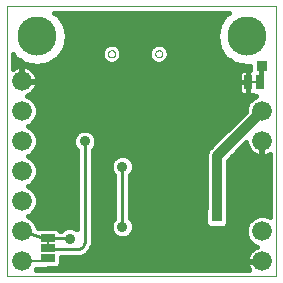
<source format=gbl>
G75*
%MOIN*%
%OFA0B0*%
%FSLAX25Y25*%
%IPPOS*%
%LPD*%
%AMOC8*
5,1,8,0,0,1.08239X$1,22.5*
%
%ADD10C,0.00000*%
%ADD11C,0.13055*%
%ADD12C,0.06600*%
%ADD13C,0.00800*%
%ADD14R,0.02500X0.05000*%
%ADD15R,0.05000X0.02500*%
%ADD16C,0.01600*%
%ADD17C,0.03562*%
%ADD18C,0.01000*%
%ADD19C,0.03200*%
%ADD20R,0.03562X0.03562*%
D10*
X0007800Y0008726D02*
X0007800Y0098727D01*
X0097681Y0098727D01*
X0097681Y0008726D01*
X0007800Y0008726D01*
X0041555Y0082861D02*
X0041557Y0082930D01*
X0041563Y0082998D01*
X0041573Y0083066D01*
X0041587Y0083133D01*
X0041605Y0083200D01*
X0041626Y0083265D01*
X0041652Y0083329D01*
X0041681Y0083391D01*
X0041713Y0083451D01*
X0041749Y0083510D01*
X0041789Y0083566D01*
X0041831Y0083620D01*
X0041877Y0083671D01*
X0041926Y0083720D01*
X0041977Y0083766D01*
X0042031Y0083808D01*
X0042087Y0083848D01*
X0042145Y0083884D01*
X0042206Y0083916D01*
X0042268Y0083945D01*
X0042332Y0083971D01*
X0042397Y0083992D01*
X0042464Y0084010D01*
X0042531Y0084024D01*
X0042599Y0084034D01*
X0042667Y0084040D01*
X0042736Y0084042D01*
X0042805Y0084040D01*
X0042873Y0084034D01*
X0042941Y0084024D01*
X0043008Y0084010D01*
X0043075Y0083992D01*
X0043140Y0083971D01*
X0043204Y0083945D01*
X0043266Y0083916D01*
X0043326Y0083884D01*
X0043385Y0083848D01*
X0043441Y0083808D01*
X0043495Y0083766D01*
X0043546Y0083720D01*
X0043595Y0083671D01*
X0043641Y0083620D01*
X0043683Y0083566D01*
X0043723Y0083510D01*
X0043759Y0083451D01*
X0043791Y0083391D01*
X0043820Y0083329D01*
X0043846Y0083265D01*
X0043867Y0083200D01*
X0043885Y0083133D01*
X0043899Y0083066D01*
X0043909Y0082998D01*
X0043915Y0082930D01*
X0043917Y0082861D01*
X0043915Y0082792D01*
X0043909Y0082724D01*
X0043899Y0082656D01*
X0043885Y0082589D01*
X0043867Y0082522D01*
X0043846Y0082457D01*
X0043820Y0082393D01*
X0043791Y0082331D01*
X0043759Y0082270D01*
X0043723Y0082212D01*
X0043683Y0082156D01*
X0043641Y0082102D01*
X0043595Y0082051D01*
X0043546Y0082002D01*
X0043495Y0081956D01*
X0043441Y0081914D01*
X0043385Y0081874D01*
X0043327Y0081838D01*
X0043266Y0081806D01*
X0043204Y0081777D01*
X0043140Y0081751D01*
X0043075Y0081730D01*
X0043008Y0081712D01*
X0042941Y0081698D01*
X0042873Y0081688D01*
X0042805Y0081682D01*
X0042736Y0081680D01*
X0042667Y0081682D01*
X0042599Y0081688D01*
X0042531Y0081698D01*
X0042464Y0081712D01*
X0042397Y0081730D01*
X0042332Y0081751D01*
X0042268Y0081777D01*
X0042206Y0081806D01*
X0042145Y0081838D01*
X0042087Y0081874D01*
X0042031Y0081914D01*
X0041977Y0081956D01*
X0041926Y0082002D01*
X0041877Y0082051D01*
X0041831Y0082102D01*
X0041789Y0082156D01*
X0041749Y0082212D01*
X0041713Y0082270D01*
X0041681Y0082331D01*
X0041652Y0082393D01*
X0041626Y0082457D01*
X0041605Y0082522D01*
X0041587Y0082589D01*
X0041573Y0082656D01*
X0041563Y0082724D01*
X0041557Y0082792D01*
X0041555Y0082861D01*
X0057303Y0082861D02*
X0057305Y0082930D01*
X0057311Y0082998D01*
X0057321Y0083066D01*
X0057335Y0083133D01*
X0057353Y0083200D01*
X0057374Y0083265D01*
X0057400Y0083329D01*
X0057429Y0083391D01*
X0057461Y0083451D01*
X0057497Y0083510D01*
X0057537Y0083566D01*
X0057579Y0083620D01*
X0057625Y0083671D01*
X0057674Y0083720D01*
X0057725Y0083766D01*
X0057779Y0083808D01*
X0057835Y0083848D01*
X0057893Y0083884D01*
X0057954Y0083916D01*
X0058016Y0083945D01*
X0058080Y0083971D01*
X0058145Y0083992D01*
X0058212Y0084010D01*
X0058279Y0084024D01*
X0058347Y0084034D01*
X0058415Y0084040D01*
X0058484Y0084042D01*
X0058553Y0084040D01*
X0058621Y0084034D01*
X0058689Y0084024D01*
X0058756Y0084010D01*
X0058823Y0083992D01*
X0058888Y0083971D01*
X0058952Y0083945D01*
X0059014Y0083916D01*
X0059074Y0083884D01*
X0059133Y0083848D01*
X0059189Y0083808D01*
X0059243Y0083766D01*
X0059294Y0083720D01*
X0059343Y0083671D01*
X0059389Y0083620D01*
X0059431Y0083566D01*
X0059471Y0083510D01*
X0059507Y0083451D01*
X0059539Y0083391D01*
X0059568Y0083329D01*
X0059594Y0083265D01*
X0059615Y0083200D01*
X0059633Y0083133D01*
X0059647Y0083066D01*
X0059657Y0082998D01*
X0059663Y0082930D01*
X0059665Y0082861D01*
X0059663Y0082792D01*
X0059657Y0082724D01*
X0059647Y0082656D01*
X0059633Y0082589D01*
X0059615Y0082522D01*
X0059594Y0082457D01*
X0059568Y0082393D01*
X0059539Y0082331D01*
X0059507Y0082270D01*
X0059471Y0082212D01*
X0059431Y0082156D01*
X0059389Y0082102D01*
X0059343Y0082051D01*
X0059294Y0082002D01*
X0059243Y0081956D01*
X0059189Y0081914D01*
X0059133Y0081874D01*
X0059075Y0081838D01*
X0059014Y0081806D01*
X0058952Y0081777D01*
X0058888Y0081751D01*
X0058823Y0081730D01*
X0058756Y0081712D01*
X0058689Y0081698D01*
X0058621Y0081688D01*
X0058553Y0081682D01*
X0058484Y0081680D01*
X0058415Y0081682D01*
X0058347Y0081688D01*
X0058279Y0081698D01*
X0058212Y0081712D01*
X0058145Y0081730D01*
X0058080Y0081751D01*
X0058016Y0081777D01*
X0057954Y0081806D01*
X0057893Y0081838D01*
X0057835Y0081874D01*
X0057779Y0081914D01*
X0057725Y0081956D01*
X0057674Y0082002D01*
X0057625Y0082051D01*
X0057579Y0082102D01*
X0057537Y0082156D01*
X0057497Y0082212D01*
X0057461Y0082270D01*
X0057429Y0082331D01*
X0057400Y0082393D01*
X0057374Y0082457D01*
X0057353Y0082522D01*
X0057335Y0082589D01*
X0057321Y0082656D01*
X0057311Y0082724D01*
X0057305Y0082792D01*
X0057303Y0082861D01*
D11*
X0087800Y0088726D03*
X0017800Y0088726D03*
D12*
X0012800Y0073726D03*
X0012800Y0063726D03*
X0012800Y0053726D03*
X0012800Y0043726D03*
X0012800Y0033726D03*
X0012800Y0023726D03*
X0012800Y0013726D03*
X0092800Y0013726D03*
X0092800Y0023726D03*
X0092800Y0053726D03*
X0092800Y0063726D03*
D13*
X0091700Y0073326D02*
X0088700Y0073326D01*
X0021400Y0021326D02*
X0021300Y0021226D01*
X0021400Y0020626D02*
X0021400Y0018126D01*
X0021400Y0014926D02*
X0020200Y0013726D01*
X0012800Y0013726D01*
D14*
X0088200Y0073326D03*
X0092200Y0073326D03*
D15*
X0021400Y0021326D03*
X0021400Y0018126D03*
X0021400Y0014926D03*
D16*
X0021542Y0011576D02*
X0024770Y0011576D01*
X0026000Y0012806D01*
X0026000Y0015126D01*
X0030904Y0015126D01*
X0031020Y0015090D01*
X0031418Y0015126D01*
X0031817Y0015126D01*
X0031929Y0015172D01*
X0032597Y0015233D01*
X0032597Y0015233D01*
X0034486Y0016224D01*
X0035851Y0017863D01*
X0036486Y0019899D01*
X0036486Y0019899D01*
X0036400Y0020844D01*
X0036400Y0050837D01*
X0037090Y0051528D01*
X0037681Y0052954D01*
X0037681Y0054498D01*
X0037090Y0055924D01*
X0035998Y0057016D01*
X0034572Y0057607D01*
X0033028Y0057607D01*
X0031602Y0057016D01*
X0030510Y0055924D01*
X0029919Y0054498D01*
X0029919Y0052954D01*
X0030510Y0051528D01*
X0031200Y0050837D01*
X0031200Y0024315D01*
X0030998Y0024516D01*
X0029572Y0025107D01*
X0028028Y0025107D01*
X0026602Y0024516D01*
X0026011Y0023926D01*
X0025520Y0023926D01*
X0024770Y0024676D01*
X0018784Y0024676D01*
X0018177Y0024854D01*
X0017378Y0026785D01*
X0015859Y0028304D01*
X0014840Y0028726D01*
X0015859Y0029148D01*
X0017378Y0030667D01*
X0018200Y0032652D01*
X0018200Y0034800D01*
X0017378Y0036785D01*
X0015859Y0038304D01*
X0014840Y0038726D01*
X0015859Y0039148D01*
X0017378Y0040667D01*
X0018200Y0042652D01*
X0018200Y0044800D01*
X0017378Y0046785D01*
X0015859Y0048304D01*
X0014840Y0048726D01*
X0015859Y0049148D01*
X0017378Y0050667D01*
X0018200Y0052652D01*
X0018200Y0054800D01*
X0017378Y0056785D01*
X0015859Y0058304D01*
X0014840Y0058726D01*
X0015859Y0059148D01*
X0017378Y0060667D01*
X0018200Y0062652D01*
X0018200Y0064800D01*
X0017378Y0066785D01*
X0015859Y0068304D01*
X0014433Y0068894D01*
X0014758Y0069000D01*
X0015473Y0069364D01*
X0016122Y0069836D01*
X0016690Y0070404D01*
X0017162Y0071053D01*
X0017526Y0071768D01*
X0017774Y0072532D01*
X0017900Y0073325D01*
X0017900Y0073542D01*
X0012984Y0073542D01*
X0012984Y0073910D01*
X0012616Y0073910D01*
X0012616Y0078826D01*
X0012399Y0078826D01*
X0011606Y0078700D01*
X0010842Y0078452D01*
X0010127Y0078088D01*
X0009900Y0077923D01*
X0009900Y0082830D01*
X0010703Y0081629D01*
X0013959Y0079453D01*
X0017800Y0078689D01*
X0021641Y0079453D01*
X0024897Y0081629D01*
X0027073Y0084885D01*
X0027837Y0088726D01*
X0027073Y0092567D01*
X0024897Y0095823D01*
X0023695Y0096627D01*
X0081905Y0096627D01*
X0080703Y0095823D01*
X0078527Y0092567D01*
X0077763Y0088726D01*
X0078527Y0084885D01*
X0080703Y0081629D01*
X0083959Y0079453D01*
X0087800Y0078689D01*
X0088919Y0078912D01*
X0088919Y0077626D01*
X0088200Y0077626D01*
X0088200Y0075825D01*
X0088200Y0075825D01*
X0088200Y0077626D01*
X0086713Y0077626D01*
X0086255Y0077503D01*
X0085845Y0077266D01*
X0085510Y0076931D01*
X0085273Y0076521D01*
X0085150Y0076063D01*
X0085150Y0073326D01*
X0086200Y0073326D01*
X0086200Y0073326D01*
X0085150Y0073326D01*
X0085150Y0070589D01*
X0085273Y0070131D01*
X0085510Y0069721D01*
X0085845Y0069386D01*
X0086255Y0069149D01*
X0086713Y0069026D01*
X0088200Y0069026D01*
X0089687Y0069026D01*
X0089760Y0069046D01*
X0090080Y0068726D01*
X0090760Y0068726D01*
X0089741Y0068304D01*
X0088222Y0066785D01*
X0087400Y0064800D01*
X0087400Y0063559D01*
X0075704Y0051863D01*
X0074663Y0050822D01*
X0074100Y0049462D01*
X0074100Y0031558D01*
X0073919Y0031377D01*
X0073919Y0026075D01*
X0075149Y0024845D01*
X0080451Y0024845D01*
X0081681Y0026075D01*
X0081681Y0031377D01*
X0081500Y0031558D01*
X0081500Y0047193D01*
X0087700Y0053393D01*
X0087700Y0053325D01*
X0087826Y0052532D01*
X0088074Y0051768D01*
X0088438Y0051053D01*
X0088910Y0050404D01*
X0089478Y0049836D01*
X0090127Y0049364D01*
X0090842Y0049000D01*
X0091606Y0048752D01*
X0092399Y0048626D01*
X0092616Y0048626D01*
X0092616Y0053542D01*
X0092984Y0053542D01*
X0092984Y0048626D01*
X0093201Y0048626D01*
X0093994Y0048752D01*
X0094758Y0049000D01*
X0095473Y0049364D01*
X0095581Y0049443D01*
X0095581Y0028419D01*
X0093874Y0029126D01*
X0091726Y0029126D01*
X0089741Y0028304D01*
X0088222Y0026785D01*
X0087400Y0024800D01*
X0087400Y0022652D01*
X0088222Y0020667D01*
X0089741Y0019148D01*
X0091167Y0018558D01*
X0090842Y0018452D01*
X0090127Y0018088D01*
X0089478Y0017616D01*
X0088910Y0017048D01*
X0088438Y0016399D01*
X0088074Y0015684D01*
X0087826Y0014920D01*
X0087700Y0014127D01*
X0087700Y0013910D01*
X0092616Y0013910D01*
X0092616Y0013542D01*
X0087700Y0013542D01*
X0087700Y0013325D01*
X0087826Y0012532D01*
X0088074Y0011768D01*
X0088438Y0011053D01*
X0088603Y0010826D01*
X0017444Y0010826D01*
X0017609Y0011226D01*
X0020697Y0011226D01*
X0021542Y0011576D01*
X0025117Y0011923D02*
X0088023Y0011923D01*
X0087700Y0013522D02*
X0026000Y0013522D01*
X0026000Y0015120D02*
X0030923Y0015120D01*
X0031352Y0015120D02*
X0087891Y0015120D01*
X0088670Y0016719D02*
X0034898Y0016719D01*
X0034486Y0016224D02*
X0034486Y0016224D01*
X0035851Y0017863D02*
X0035851Y0017863D01*
X0035993Y0018317D02*
X0090577Y0018317D01*
X0088974Y0019916D02*
X0036484Y0019916D01*
X0036400Y0021514D02*
X0045120Y0021514D01*
X0045528Y0021345D02*
X0044102Y0021936D01*
X0043010Y0023028D01*
X0042419Y0024454D01*
X0042419Y0025998D01*
X0043010Y0027424D01*
X0043700Y0028115D01*
X0043700Y0042337D01*
X0043010Y0043028D01*
X0042419Y0044454D01*
X0042419Y0045998D01*
X0043010Y0047424D01*
X0044102Y0048516D01*
X0045528Y0049107D01*
X0047072Y0049107D01*
X0048498Y0048516D01*
X0049590Y0047424D01*
X0050181Y0045998D01*
X0050181Y0044454D01*
X0049590Y0043028D01*
X0048900Y0042337D01*
X0048900Y0028115D01*
X0049590Y0027424D01*
X0050181Y0025998D01*
X0050181Y0024454D01*
X0049590Y0023028D01*
X0048498Y0021936D01*
X0047072Y0021345D01*
X0045528Y0021345D01*
X0047480Y0021514D02*
X0087871Y0021514D01*
X0087400Y0023113D02*
X0049625Y0023113D01*
X0050181Y0024711D02*
X0087400Y0024711D01*
X0088025Y0026310D02*
X0081681Y0026310D01*
X0081681Y0027908D02*
X0089345Y0027908D01*
X0095581Y0029507D02*
X0081681Y0029507D01*
X0081681Y0031105D02*
X0095581Y0031105D01*
X0095581Y0032704D02*
X0081500Y0032704D01*
X0081500Y0034302D02*
X0095581Y0034302D01*
X0095581Y0035901D02*
X0081500Y0035901D01*
X0081500Y0037499D02*
X0095581Y0037499D01*
X0095581Y0039098D02*
X0081500Y0039098D01*
X0081500Y0040696D02*
X0095581Y0040696D01*
X0095581Y0042295D02*
X0081500Y0042295D01*
X0081500Y0043893D02*
X0095581Y0043893D01*
X0095581Y0045492D02*
X0081500Y0045492D01*
X0081500Y0047090D02*
X0095581Y0047090D01*
X0095581Y0048689D02*
X0093598Y0048689D01*
X0092984Y0048689D02*
X0092616Y0048689D01*
X0092002Y0048689D02*
X0082995Y0048689D01*
X0084594Y0050287D02*
X0089026Y0050287D01*
X0088035Y0051886D02*
X0086192Y0051886D01*
X0092616Y0051886D02*
X0092984Y0051886D01*
X0092984Y0050287D02*
X0092616Y0050287D01*
X0092616Y0053484D02*
X0092984Y0053484D01*
X0085318Y0061477D02*
X0017713Y0061477D01*
X0018200Y0063075D02*
X0086917Y0063075D01*
X0087400Y0064674D02*
X0018200Y0064674D01*
X0017590Y0066272D02*
X0088010Y0066272D01*
X0089308Y0067871D02*
X0016292Y0067871D01*
X0015618Y0069469D02*
X0085761Y0069469D01*
X0085150Y0071068D02*
X0017170Y0071068D01*
X0017796Y0072666D02*
X0085150Y0072666D01*
X0085150Y0074265D02*
X0017878Y0074265D01*
X0017900Y0074127D02*
X0017774Y0074920D01*
X0017526Y0075684D01*
X0017162Y0076399D01*
X0016690Y0077048D01*
X0016122Y0077616D01*
X0015473Y0078088D01*
X0014758Y0078452D01*
X0013994Y0078700D01*
X0013201Y0078826D01*
X0012984Y0078826D01*
X0012984Y0073910D01*
X0017900Y0073910D01*
X0017900Y0074127D01*
X0017435Y0075863D02*
X0085150Y0075863D01*
X0086184Y0077462D02*
X0016276Y0077462D01*
X0015932Y0079060D02*
X0009900Y0079060D01*
X0009900Y0080659D02*
X0012154Y0080659D01*
X0010283Y0082258D02*
X0009900Y0082258D01*
X0012616Y0077462D02*
X0012984Y0077462D01*
X0012984Y0075863D02*
X0012616Y0075863D01*
X0012616Y0074265D02*
X0012984Y0074265D01*
X0019668Y0079060D02*
X0085932Y0079060D01*
X0088200Y0077462D02*
X0088200Y0077462D01*
X0088200Y0075863D02*
X0088200Y0075863D01*
X0092200Y0073326D02*
X0092900Y0078726D01*
X0092800Y0078726D01*
X0088200Y0070827D02*
X0088200Y0069026D01*
X0088200Y0070827D01*
X0088200Y0070827D01*
X0088200Y0069469D02*
X0088200Y0069469D01*
X0083720Y0059878D02*
X0016589Y0059878D01*
X0015883Y0058280D02*
X0082121Y0058280D01*
X0080523Y0056681D02*
X0036333Y0056681D01*
X0037439Y0055083D02*
X0078924Y0055083D01*
X0077326Y0053484D02*
X0037681Y0053484D01*
X0037239Y0051886D02*
X0075727Y0051886D01*
X0074442Y0050287D02*
X0036400Y0050287D01*
X0036400Y0048689D02*
X0044518Y0048689D01*
X0042871Y0047090D02*
X0036400Y0047090D01*
X0036400Y0045492D02*
X0042419Y0045492D01*
X0042651Y0043893D02*
X0036400Y0043893D01*
X0036400Y0042295D02*
X0043700Y0042295D01*
X0043700Y0040696D02*
X0036400Y0040696D01*
X0036400Y0039098D02*
X0043700Y0039098D01*
X0043700Y0037499D02*
X0036400Y0037499D01*
X0036400Y0035901D02*
X0043700Y0035901D01*
X0043700Y0034302D02*
X0036400Y0034302D01*
X0036400Y0032704D02*
X0043700Y0032704D01*
X0043700Y0031105D02*
X0036400Y0031105D01*
X0036400Y0029507D02*
X0043700Y0029507D01*
X0043493Y0027908D02*
X0036400Y0027908D01*
X0036400Y0026310D02*
X0042548Y0026310D01*
X0042419Y0024711D02*
X0036400Y0024711D01*
X0036400Y0023113D02*
X0042975Y0023113D01*
X0049107Y0027908D02*
X0073919Y0027908D01*
X0073919Y0026310D02*
X0050052Y0026310D01*
X0048900Y0029507D02*
X0073919Y0029507D01*
X0073919Y0031105D02*
X0048900Y0031105D01*
X0048900Y0032704D02*
X0074100Y0032704D01*
X0074100Y0034302D02*
X0048900Y0034302D01*
X0048900Y0035901D02*
X0074100Y0035901D01*
X0074100Y0037499D02*
X0048900Y0037499D01*
X0048900Y0039098D02*
X0074100Y0039098D01*
X0074100Y0040696D02*
X0048900Y0040696D01*
X0048900Y0042295D02*
X0074100Y0042295D01*
X0074100Y0043893D02*
X0049949Y0043893D01*
X0050181Y0045492D02*
X0074100Y0045492D01*
X0074100Y0047090D02*
X0049729Y0047090D01*
X0048082Y0048689D02*
X0074100Y0048689D01*
X0060343Y0080079D02*
X0059137Y0079580D01*
X0057831Y0079580D01*
X0056625Y0080079D01*
X0055702Y0081002D01*
X0055203Y0082208D01*
X0055203Y0083514D01*
X0055702Y0084720D01*
X0056625Y0085643D01*
X0057831Y0086142D01*
X0059137Y0086142D01*
X0060343Y0085643D01*
X0061266Y0084720D01*
X0061765Y0083514D01*
X0061765Y0082208D01*
X0061266Y0081002D01*
X0060343Y0080079D01*
X0060922Y0080659D02*
X0082154Y0080659D01*
X0080283Y0082258D02*
X0061765Y0082258D01*
X0061623Y0083856D02*
X0079215Y0083856D01*
X0078414Y0085455D02*
X0060531Y0085455D01*
X0056437Y0085455D02*
X0044783Y0085455D01*
X0044595Y0085643D02*
X0043389Y0086142D01*
X0042083Y0086142D01*
X0040877Y0085643D01*
X0039954Y0084720D01*
X0039455Y0083514D01*
X0039455Y0082208D01*
X0039954Y0081002D01*
X0040877Y0080079D01*
X0042083Y0079580D01*
X0043389Y0079580D01*
X0044595Y0080079D01*
X0045518Y0081002D01*
X0046017Y0082208D01*
X0046017Y0083514D01*
X0045518Y0084720D01*
X0044595Y0085643D01*
X0045875Y0083856D02*
X0055345Y0083856D01*
X0055203Y0082258D02*
X0046017Y0082258D01*
X0045174Y0080659D02*
X0056046Y0080659D01*
X0040298Y0080659D02*
X0023446Y0080659D01*
X0025317Y0082258D02*
X0039455Y0082258D01*
X0039597Y0083856D02*
X0026385Y0083856D01*
X0027186Y0085455D02*
X0040689Y0085455D01*
X0027822Y0088652D02*
X0077778Y0088652D01*
X0078066Y0090250D02*
X0027534Y0090250D01*
X0027216Y0091849D02*
X0078384Y0091849D01*
X0079115Y0093447D02*
X0026485Y0093447D01*
X0025417Y0095046D02*
X0080183Y0095046D01*
X0078096Y0087053D02*
X0027504Y0087053D01*
X0031267Y0056681D02*
X0017421Y0056681D01*
X0018083Y0055083D02*
X0030161Y0055083D01*
X0029919Y0053484D02*
X0018200Y0053484D01*
X0017883Y0051886D02*
X0030361Y0051886D01*
X0031200Y0050287D02*
X0016998Y0050287D01*
X0014930Y0048689D02*
X0031200Y0048689D01*
X0031200Y0047090D02*
X0017072Y0047090D01*
X0017914Y0045492D02*
X0031200Y0045492D01*
X0031200Y0043893D02*
X0018200Y0043893D01*
X0018052Y0042295D02*
X0031200Y0042295D01*
X0031200Y0040696D02*
X0017390Y0040696D01*
X0015737Y0039098D02*
X0031200Y0039098D01*
X0031200Y0037499D02*
X0016664Y0037499D01*
X0017744Y0035901D02*
X0031200Y0035901D01*
X0031200Y0034302D02*
X0018200Y0034302D01*
X0018200Y0032704D02*
X0031200Y0032704D01*
X0031200Y0031105D02*
X0017559Y0031105D01*
X0016217Y0029507D02*
X0031200Y0029507D01*
X0031200Y0027908D02*
X0016255Y0027908D01*
X0017575Y0026310D02*
X0031200Y0026310D01*
X0031200Y0024711D02*
X0030528Y0024711D01*
X0027072Y0024711D02*
X0018665Y0024711D01*
D17*
X0021800Y0027726D03*
X0028800Y0021226D03*
X0041800Y0028726D03*
X0046300Y0025226D03*
X0046300Y0045226D03*
X0056700Y0055626D03*
X0033800Y0053726D03*
X0079300Y0013726D03*
D18*
X0046300Y0025226D02*
X0046300Y0045226D01*
X0033800Y0053726D02*
X0033800Y0020726D01*
X0033807Y0020623D01*
X0033811Y0020520D01*
X0033810Y0020417D01*
X0033806Y0020313D01*
X0033798Y0020210D01*
X0033786Y0020108D01*
X0033771Y0020006D01*
X0033751Y0019904D01*
X0033728Y0019804D01*
X0033701Y0019704D01*
X0033670Y0019606D01*
X0033636Y0019508D01*
X0033598Y0019412D01*
X0033556Y0019318D01*
X0033511Y0019225D01*
X0033463Y0019134D01*
X0033411Y0019044D01*
X0033356Y0018957D01*
X0033297Y0018872D01*
X0033236Y0018789D01*
X0033171Y0018708D01*
X0033103Y0018630D01*
X0033033Y0018555D01*
X0032960Y0018482D01*
X0032884Y0018412D01*
X0032805Y0018345D01*
X0032725Y0018281D01*
X0032641Y0018220D01*
X0032556Y0018162D01*
X0032468Y0018107D01*
X0032379Y0018056D01*
X0032287Y0018008D01*
X0032194Y0017963D01*
X0032099Y0017922D01*
X0032003Y0017885D01*
X0031906Y0017851D01*
X0031807Y0017821D01*
X0031707Y0017794D01*
X0031606Y0017772D01*
X0031505Y0017753D01*
X0031403Y0017738D01*
X0031300Y0017726D01*
X0021800Y0017726D01*
X0021761Y0017728D01*
X0021722Y0017734D01*
X0021684Y0017743D01*
X0021647Y0017756D01*
X0021611Y0017773D01*
X0021578Y0017793D01*
X0021546Y0017817D01*
X0021517Y0017843D01*
X0021491Y0017872D01*
X0021467Y0017904D01*
X0021447Y0017937D01*
X0021430Y0017973D01*
X0021417Y0018010D01*
X0021408Y0018048D01*
X0021402Y0018087D01*
X0021400Y0018126D01*
X0021300Y0021226D02*
X0012800Y0023726D01*
X0021400Y0021326D02*
X0028700Y0021326D01*
X0028800Y0021226D01*
D19*
X0077800Y0028726D02*
X0077800Y0048726D01*
X0092800Y0063726D01*
D20*
X0092800Y0078726D03*
X0077800Y0028726D03*
M02*

</source>
